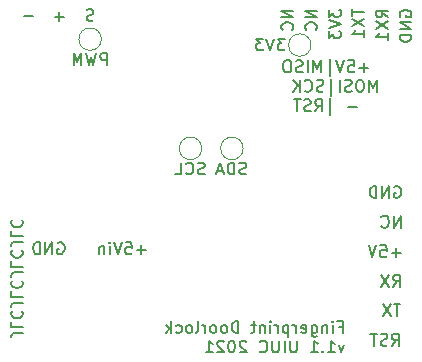
<source format=gbo>
G04 #@! TF.GenerationSoftware,KiCad,Pcbnew,(5.1.12)-1*
G04 #@! TF.CreationDate,2022-01-11T22:34:17-08:00*
G04 #@! TF.ProjectId,controlBoard,636f6e74-726f-46c4-926f-6172642e6b69,rev?*
G04 #@! TF.SameCoordinates,Original*
G04 #@! TF.FileFunction,Legend,Bot*
G04 #@! TF.FilePolarity,Positive*
%FSLAX46Y46*%
G04 Gerber Fmt 4.6, Leading zero omitted, Abs format (unit mm)*
G04 Created by KiCad (PCBNEW (5.1.12)-1) date 2022-01-11 22:34:17*
%MOMM*%
%LPD*%
G01*
G04 APERTURE LIST*
%ADD10C,0.150000*%
%ADD11C,0.120000*%
%ADD12C,1.600000*%
%ADD13O,1.800000X1.800000*%
%ADD14O,1.300000X1.850000*%
G04 APERTURE END LIST*
D10*
X171809523Y-74921428D02*
X171047619Y-74921428D01*
X171428571Y-75302380D02*
X171428571Y-74540476D01*
X170095238Y-74302380D02*
X170571428Y-74302380D01*
X170619047Y-74778571D01*
X170571428Y-74730952D01*
X170476190Y-74683333D01*
X170238095Y-74683333D01*
X170142857Y-74730952D01*
X170095238Y-74778571D01*
X170047619Y-74873809D01*
X170047619Y-75111904D01*
X170095238Y-75207142D01*
X170142857Y-75254761D01*
X170238095Y-75302380D01*
X170476190Y-75302380D01*
X170571428Y-75254761D01*
X170619047Y-75207142D01*
X169761904Y-74302380D02*
X169428571Y-75302380D01*
X169095238Y-74302380D01*
X168523809Y-75635714D02*
X168523809Y-74207142D01*
X167809523Y-75302380D02*
X167809523Y-74302380D01*
X167476190Y-75016666D01*
X167142857Y-74302380D01*
X167142857Y-75302380D01*
X166666666Y-75302380D02*
X166666666Y-74302380D01*
X166238095Y-75254761D02*
X166095238Y-75302380D01*
X165857142Y-75302380D01*
X165761904Y-75254761D01*
X165714285Y-75207142D01*
X165666666Y-75111904D01*
X165666666Y-75016666D01*
X165714285Y-74921428D01*
X165761904Y-74873809D01*
X165857142Y-74826190D01*
X166047619Y-74778571D01*
X166142857Y-74730952D01*
X166190476Y-74683333D01*
X166238095Y-74588095D01*
X166238095Y-74492857D01*
X166190476Y-74397619D01*
X166142857Y-74350000D01*
X166047619Y-74302380D01*
X165809523Y-74302380D01*
X165666666Y-74350000D01*
X165047619Y-74302380D02*
X164857142Y-74302380D01*
X164761904Y-74350000D01*
X164666666Y-74445238D01*
X164619047Y-74635714D01*
X164619047Y-74969047D01*
X164666666Y-75159523D01*
X164761904Y-75254761D01*
X164857142Y-75302380D01*
X165047619Y-75302380D01*
X165142857Y-75254761D01*
X165238095Y-75159523D01*
X165285714Y-74969047D01*
X165285714Y-74635714D01*
X165238095Y-74445238D01*
X165142857Y-74350000D01*
X165047619Y-74302380D01*
X172523809Y-76952380D02*
X172523809Y-75952380D01*
X172190476Y-76666666D01*
X171857142Y-75952380D01*
X171857142Y-76952380D01*
X171190476Y-75952380D02*
X171000000Y-75952380D01*
X170904761Y-76000000D01*
X170809523Y-76095238D01*
X170761904Y-76285714D01*
X170761904Y-76619047D01*
X170809523Y-76809523D01*
X170904761Y-76904761D01*
X171000000Y-76952380D01*
X171190476Y-76952380D01*
X171285714Y-76904761D01*
X171380952Y-76809523D01*
X171428571Y-76619047D01*
X171428571Y-76285714D01*
X171380952Y-76095238D01*
X171285714Y-76000000D01*
X171190476Y-75952380D01*
X170380952Y-76904761D02*
X170238095Y-76952380D01*
X170000000Y-76952380D01*
X169904761Y-76904761D01*
X169857142Y-76857142D01*
X169809523Y-76761904D01*
X169809523Y-76666666D01*
X169857142Y-76571428D01*
X169904761Y-76523809D01*
X170000000Y-76476190D01*
X170190476Y-76428571D01*
X170285714Y-76380952D01*
X170333333Y-76333333D01*
X170380952Y-76238095D01*
X170380952Y-76142857D01*
X170333333Y-76047619D01*
X170285714Y-76000000D01*
X170190476Y-75952380D01*
X169952380Y-75952380D01*
X169809523Y-76000000D01*
X169380952Y-76952380D02*
X169380952Y-75952380D01*
X168666666Y-77285714D02*
X168666666Y-75857142D01*
X168000000Y-76904761D02*
X167857142Y-76952380D01*
X167619047Y-76952380D01*
X167523809Y-76904761D01*
X167476190Y-76857142D01*
X167428571Y-76761904D01*
X167428571Y-76666666D01*
X167476190Y-76571428D01*
X167523809Y-76523809D01*
X167619047Y-76476190D01*
X167809523Y-76428571D01*
X167904761Y-76380952D01*
X167952380Y-76333333D01*
X168000000Y-76238095D01*
X168000000Y-76142857D01*
X167952380Y-76047619D01*
X167904761Y-76000000D01*
X167809523Y-75952380D01*
X167571428Y-75952380D01*
X167428571Y-76000000D01*
X166428571Y-76857142D02*
X166476190Y-76904761D01*
X166619047Y-76952380D01*
X166714285Y-76952380D01*
X166857142Y-76904761D01*
X166952380Y-76809523D01*
X167000000Y-76714285D01*
X167047619Y-76523809D01*
X167047619Y-76380952D01*
X167000000Y-76190476D01*
X166952380Y-76095238D01*
X166857142Y-76000000D01*
X166714285Y-75952380D01*
X166619047Y-75952380D01*
X166476190Y-76000000D01*
X166428571Y-76047619D01*
X166000000Y-76952380D02*
X166000000Y-75952380D01*
X165428571Y-76952380D02*
X165857142Y-76380952D01*
X165428571Y-75952380D02*
X166000000Y-76523809D01*
X170833333Y-78221428D02*
X170071428Y-78221428D01*
X168595238Y-78935714D02*
X168595238Y-77507142D01*
X167309523Y-78602380D02*
X167642857Y-78126190D01*
X167880952Y-78602380D02*
X167880952Y-77602380D01*
X167500000Y-77602380D01*
X167404761Y-77650000D01*
X167357142Y-77697619D01*
X167309523Y-77792857D01*
X167309523Y-77935714D01*
X167357142Y-78030952D01*
X167404761Y-78078571D01*
X167500000Y-78126190D01*
X167880952Y-78126190D01*
X166928571Y-78554761D02*
X166785714Y-78602380D01*
X166547619Y-78602380D01*
X166452380Y-78554761D01*
X166404761Y-78507142D01*
X166357142Y-78411904D01*
X166357142Y-78316666D01*
X166404761Y-78221428D01*
X166452380Y-78173809D01*
X166547619Y-78126190D01*
X166738095Y-78078571D01*
X166833333Y-78030952D01*
X166880952Y-77983333D01*
X166928571Y-77888095D01*
X166928571Y-77792857D01*
X166880952Y-77697619D01*
X166833333Y-77650000D01*
X166738095Y-77602380D01*
X166500000Y-77602380D01*
X166357142Y-77650000D01*
X166071428Y-77602380D02*
X165500000Y-77602380D01*
X165785714Y-78602380D02*
X165785714Y-77602380D01*
X142547619Y-97369047D02*
X141833333Y-97369047D01*
X141690476Y-97416666D01*
X141595238Y-97511904D01*
X141547619Y-97654761D01*
X141547619Y-97750000D01*
X141547619Y-96416666D02*
X141547619Y-96892857D01*
X142547619Y-96892857D01*
X141642857Y-95511904D02*
X141595238Y-95559523D01*
X141547619Y-95702380D01*
X141547619Y-95797619D01*
X141595238Y-95940476D01*
X141690476Y-96035714D01*
X141785714Y-96083333D01*
X141976190Y-96130952D01*
X142119047Y-96130952D01*
X142309523Y-96083333D01*
X142404761Y-96035714D01*
X142500000Y-95940476D01*
X142547619Y-95797619D01*
X142547619Y-95702380D01*
X142500000Y-95559523D01*
X142452380Y-95511904D01*
X142547619Y-94797619D02*
X141833333Y-94797619D01*
X141690476Y-94845238D01*
X141595238Y-94940476D01*
X141547619Y-95083333D01*
X141547619Y-95178571D01*
X141547619Y-93845238D02*
X141547619Y-94321428D01*
X142547619Y-94321428D01*
X141642857Y-92940476D02*
X141595238Y-92988095D01*
X141547619Y-93130952D01*
X141547619Y-93226190D01*
X141595238Y-93369047D01*
X141690476Y-93464285D01*
X141785714Y-93511904D01*
X141976190Y-93559523D01*
X142119047Y-93559523D01*
X142309523Y-93511904D01*
X142404761Y-93464285D01*
X142500000Y-93369047D01*
X142547619Y-93226190D01*
X142547619Y-93130952D01*
X142500000Y-92988095D01*
X142452380Y-92940476D01*
X142547619Y-92226190D02*
X141833333Y-92226190D01*
X141690476Y-92273809D01*
X141595238Y-92369047D01*
X141547619Y-92511904D01*
X141547619Y-92607142D01*
X141547619Y-91273809D02*
X141547619Y-91750000D01*
X142547619Y-91750000D01*
X141642857Y-90369047D02*
X141595238Y-90416666D01*
X141547619Y-90559523D01*
X141547619Y-90654761D01*
X141595238Y-90797619D01*
X141690476Y-90892857D01*
X141785714Y-90940476D01*
X141976190Y-90988095D01*
X142119047Y-90988095D01*
X142309523Y-90940476D01*
X142404761Y-90892857D01*
X142500000Y-90797619D01*
X142547619Y-90654761D01*
X142547619Y-90559523D01*
X142500000Y-90416666D01*
X142452380Y-90369047D01*
X142547619Y-89654761D02*
X141833333Y-89654761D01*
X141690476Y-89702380D01*
X141595238Y-89797619D01*
X141547619Y-89940476D01*
X141547619Y-90035714D01*
X141547619Y-88702380D02*
X141547619Y-89178571D01*
X142547619Y-89178571D01*
X141642857Y-87797619D02*
X141595238Y-87845238D01*
X141547619Y-87988095D01*
X141547619Y-88083333D01*
X141595238Y-88226190D01*
X141690476Y-88321428D01*
X141785714Y-88369047D01*
X141976190Y-88416666D01*
X142119047Y-88416666D01*
X142309523Y-88369047D01*
X142404761Y-88321428D01*
X142500000Y-88226190D01*
X142547619Y-88083333D01*
X142547619Y-87988095D01*
X142500000Y-87845238D01*
X142452380Y-87797619D01*
X170452380Y-69942738D02*
X170452380Y-70514166D01*
X171452380Y-70228452D02*
X170452380Y-70228452D01*
X170452380Y-70752261D02*
X171452380Y-71418928D01*
X170452380Y-71418928D02*
X171452380Y-70752261D01*
X171452380Y-72323690D02*
X171452380Y-71752261D01*
X171452380Y-72037976D02*
X170452380Y-72037976D01*
X170595238Y-71942738D01*
X170690476Y-71847500D01*
X170738095Y-71752261D01*
X173452380Y-70657023D02*
X172976190Y-70323690D01*
X173452380Y-70085595D02*
X172452380Y-70085595D01*
X172452380Y-70466547D01*
X172500000Y-70561785D01*
X172547619Y-70609404D01*
X172642857Y-70657023D01*
X172785714Y-70657023D01*
X172880952Y-70609404D01*
X172928571Y-70561785D01*
X172976190Y-70466547D01*
X172976190Y-70085595D01*
X172452380Y-70990357D02*
X173452380Y-71657023D01*
X172452380Y-71657023D02*
X173452380Y-70990357D01*
X173452380Y-72561785D02*
X173452380Y-71990357D01*
X173452380Y-72276071D02*
X172452380Y-72276071D01*
X172595238Y-72180833D01*
X172690476Y-72085595D01*
X172738095Y-71990357D01*
X165452380Y-70085595D02*
X164452380Y-70085595D01*
X165452380Y-70657023D01*
X164452380Y-70657023D01*
X165357142Y-71704642D02*
X165404761Y-71657023D01*
X165452380Y-71514166D01*
X165452380Y-71418928D01*
X165404761Y-71276071D01*
X165309523Y-71180833D01*
X165214285Y-71133214D01*
X165023809Y-71085595D01*
X164880952Y-71085595D01*
X164690476Y-71133214D01*
X164595238Y-71180833D01*
X164500000Y-71276071D01*
X164452380Y-71418928D01*
X164452380Y-71514166D01*
X164500000Y-71657023D01*
X164547619Y-71704642D01*
X167452380Y-70085595D02*
X166452380Y-70085595D01*
X167452380Y-70657023D01*
X166452380Y-70657023D01*
X167357142Y-71704642D02*
X167404761Y-71657023D01*
X167452380Y-71514166D01*
X167452380Y-71418928D01*
X167404761Y-71276071D01*
X167309523Y-71180833D01*
X167214285Y-71133214D01*
X167023809Y-71085595D01*
X166880952Y-71085595D01*
X166690476Y-71133214D01*
X166595238Y-71180833D01*
X166500000Y-71276071D01*
X166452380Y-71418928D01*
X166452380Y-71514166D01*
X166500000Y-71657023D01*
X166547619Y-71704642D01*
X174535714Y-88452380D02*
X174535714Y-87452380D01*
X173964285Y-88452380D01*
X173964285Y-87452380D01*
X172916666Y-88357142D02*
X172964285Y-88404761D01*
X173107142Y-88452380D01*
X173202380Y-88452380D01*
X173345238Y-88404761D01*
X173440476Y-88309523D01*
X173488095Y-88214285D01*
X173535714Y-88023809D01*
X173535714Y-87880952D01*
X173488095Y-87690476D01*
X173440476Y-87595238D01*
X173345238Y-87500000D01*
X173202380Y-87452380D01*
X173107142Y-87452380D01*
X172964285Y-87500000D01*
X172916666Y-87547619D01*
X169331071Y-96853571D02*
X169664404Y-96853571D01*
X169664404Y-97377380D02*
X169664404Y-96377380D01*
X169188214Y-96377380D01*
X168807261Y-97377380D02*
X168807261Y-96710714D01*
X168807261Y-96377380D02*
X168854880Y-96425000D01*
X168807261Y-96472619D01*
X168759642Y-96425000D01*
X168807261Y-96377380D01*
X168807261Y-96472619D01*
X168331071Y-96710714D02*
X168331071Y-97377380D01*
X168331071Y-96805952D02*
X168283452Y-96758333D01*
X168188214Y-96710714D01*
X168045357Y-96710714D01*
X167950119Y-96758333D01*
X167902500Y-96853571D01*
X167902500Y-97377380D01*
X166997738Y-96710714D02*
X166997738Y-97520238D01*
X167045357Y-97615476D01*
X167092976Y-97663095D01*
X167188214Y-97710714D01*
X167331071Y-97710714D01*
X167426309Y-97663095D01*
X166997738Y-97329761D02*
X167092976Y-97377380D01*
X167283452Y-97377380D01*
X167378690Y-97329761D01*
X167426309Y-97282142D01*
X167473928Y-97186904D01*
X167473928Y-96901190D01*
X167426309Y-96805952D01*
X167378690Y-96758333D01*
X167283452Y-96710714D01*
X167092976Y-96710714D01*
X166997738Y-96758333D01*
X166140595Y-97329761D02*
X166235833Y-97377380D01*
X166426309Y-97377380D01*
X166521547Y-97329761D01*
X166569166Y-97234523D01*
X166569166Y-96853571D01*
X166521547Y-96758333D01*
X166426309Y-96710714D01*
X166235833Y-96710714D01*
X166140595Y-96758333D01*
X166092976Y-96853571D01*
X166092976Y-96948809D01*
X166569166Y-97044047D01*
X165664404Y-97377380D02*
X165664404Y-96710714D01*
X165664404Y-96901190D02*
X165616785Y-96805952D01*
X165569166Y-96758333D01*
X165473928Y-96710714D01*
X165378690Y-96710714D01*
X165045357Y-96710714D02*
X165045357Y-97710714D01*
X165045357Y-96758333D02*
X164950119Y-96710714D01*
X164759642Y-96710714D01*
X164664404Y-96758333D01*
X164616785Y-96805952D01*
X164569166Y-96901190D01*
X164569166Y-97186904D01*
X164616785Y-97282142D01*
X164664404Y-97329761D01*
X164759642Y-97377380D01*
X164950119Y-97377380D01*
X165045357Y-97329761D01*
X164140595Y-97377380D02*
X164140595Y-96710714D01*
X164140595Y-96901190D02*
X164092976Y-96805952D01*
X164045357Y-96758333D01*
X163950119Y-96710714D01*
X163854880Y-96710714D01*
X163521547Y-97377380D02*
X163521547Y-96710714D01*
X163521547Y-96377380D02*
X163569166Y-96425000D01*
X163521547Y-96472619D01*
X163473928Y-96425000D01*
X163521547Y-96377380D01*
X163521547Y-96472619D01*
X163045357Y-96710714D02*
X163045357Y-97377380D01*
X163045357Y-96805952D02*
X162997738Y-96758333D01*
X162902500Y-96710714D01*
X162759642Y-96710714D01*
X162664404Y-96758333D01*
X162616785Y-96853571D01*
X162616785Y-97377380D01*
X162283452Y-96710714D02*
X161902500Y-96710714D01*
X162140595Y-96377380D02*
X162140595Y-97234523D01*
X162092976Y-97329761D01*
X161997738Y-97377380D01*
X161902500Y-97377380D01*
X160807261Y-97377380D02*
X160807261Y-96377380D01*
X160569166Y-96377380D01*
X160426309Y-96425000D01*
X160331071Y-96520238D01*
X160283452Y-96615476D01*
X160235833Y-96805952D01*
X160235833Y-96948809D01*
X160283452Y-97139285D01*
X160331071Y-97234523D01*
X160426309Y-97329761D01*
X160569166Y-97377380D01*
X160807261Y-97377380D01*
X159664404Y-97377380D02*
X159759642Y-97329761D01*
X159807261Y-97282142D01*
X159854880Y-97186904D01*
X159854880Y-96901190D01*
X159807261Y-96805952D01*
X159759642Y-96758333D01*
X159664404Y-96710714D01*
X159521547Y-96710714D01*
X159426309Y-96758333D01*
X159378690Y-96805952D01*
X159331071Y-96901190D01*
X159331071Y-97186904D01*
X159378690Y-97282142D01*
X159426309Y-97329761D01*
X159521547Y-97377380D01*
X159664404Y-97377380D01*
X158759642Y-97377380D02*
X158854880Y-97329761D01*
X158902500Y-97282142D01*
X158950119Y-97186904D01*
X158950119Y-96901190D01*
X158902500Y-96805952D01*
X158854880Y-96758333D01*
X158759642Y-96710714D01*
X158616785Y-96710714D01*
X158521547Y-96758333D01*
X158473928Y-96805952D01*
X158426309Y-96901190D01*
X158426309Y-97186904D01*
X158473928Y-97282142D01*
X158521547Y-97329761D01*
X158616785Y-97377380D01*
X158759642Y-97377380D01*
X157997738Y-97377380D02*
X157997738Y-96710714D01*
X157997738Y-96901190D02*
X157950119Y-96805952D01*
X157902500Y-96758333D01*
X157807261Y-96710714D01*
X157712023Y-96710714D01*
X157235833Y-97377380D02*
X157331071Y-97329761D01*
X157378690Y-97234523D01*
X157378690Y-96377380D01*
X156712023Y-97377380D02*
X156807261Y-97329761D01*
X156854880Y-97282142D01*
X156902500Y-97186904D01*
X156902500Y-96901190D01*
X156854880Y-96805952D01*
X156807261Y-96758333D01*
X156712023Y-96710714D01*
X156569166Y-96710714D01*
X156473928Y-96758333D01*
X156426309Y-96805952D01*
X156378690Y-96901190D01*
X156378690Y-97186904D01*
X156426309Y-97282142D01*
X156473928Y-97329761D01*
X156569166Y-97377380D01*
X156712023Y-97377380D01*
X155521547Y-97329761D02*
X155616785Y-97377380D01*
X155807261Y-97377380D01*
X155902500Y-97329761D01*
X155950119Y-97282142D01*
X155997738Y-97186904D01*
X155997738Y-96901190D01*
X155950119Y-96805952D01*
X155902500Y-96758333D01*
X155807261Y-96710714D01*
X155616785Y-96710714D01*
X155521547Y-96758333D01*
X155092976Y-97377380D02*
X155092976Y-96377380D01*
X154997738Y-96996428D02*
X154712023Y-97377380D01*
X154712023Y-96710714D02*
X155092976Y-97091666D01*
X169759642Y-98360714D02*
X169521547Y-99027380D01*
X169283452Y-98360714D01*
X168378690Y-99027380D02*
X168950119Y-99027380D01*
X168664404Y-99027380D02*
X168664404Y-98027380D01*
X168759642Y-98170238D01*
X168854880Y-98265476D01*
X168950119Y-98313095D01*
X167950119Y-98932142D02*
X167902500Y-98979761D01*
X167950119Y-99027380D01*
X167997738Y-98979761D01*
X167950119Y-98932142D01*
X167950119Y-99027380D01*
X166950119Y-99027380D02*
X167521547Y-99027380D01*
X167235833Y-99027380D02*
X167235833Y-98027380D01*
X167331071Y-98170238D01*
X167426309Y-98265476D01*
X167521547Y-98313095D01*
X165759642Y-98027380D02*
X165759642Y-98836904D01*
X165712023Y-98932142D01*
X165664404Y-98979761D01*
X165569166Y-99027380D01*
X165378690Y-99027380D01*
X165283452Y-98979761D01*
X165235833Y-98932142D01*
X165188214Y-98836904D01*
X165188214Y-98027380D01*
X164712023Y-99027380D02*
X164712023Y-98027380D01*
X164235833Y-98027380D02*
X164235833Y-98836904D01*
X164188214Y-98932142D01*
X164140595Y-98979761D01*
X164045357Y-99027380D01*
X163854880Y-99027380D01*
X163759642Y-98979761D01*
X163712023Y-98932142D01*
X163664404Y-98836904D01*
X163664404Y-98027380D01*
X162616785Y-98932142D02*
X162664404Y-98979761D01*
X162807261Y-99027380D01*
X162902500Y-99027380D01*
X163045357Y-98979761D01*
X163140595Y-98884523D01*
X163188214Y-98789285D01*
X163235833Y-98598809D01*
X163235833Y-98455952D01*
X163188214Y-98265476D01*
X163140595Y-98170238D01*
X163045357Y-98075000D01*
X162902500Y-98027380D01*
X162807261Y-98027380D01*
X162664404Y-98075000D01*
X162616785Y-98122619D01*
X161473928Y-98122619D02*
X161426309Y-98075000D01*
X161331071Y-98027380D01*
X161092976Y-98027380D01*
X160997738Y-98075000D01*
X160950119Y-98122619D01*
X160902500Y-98217857D01*
X160902500Y-98313095D01*
X160950119Y-98455952D01*
X161521547Y-99027380D01*
X160902500Y-99027380D01*
X160283452Y-98027380D02*
X160188214Y-98027380D01*
X160092976Y-98075000D01*
X160045357Y-98122619D01*
X159997738Y-98217857D01*
X159950119Y-98408333D01*
X159950119Y-98646428D01*
X159997738Y-98836904D01*
X160045357Y-98932142D01*
X160092976Y-98979761D01*
X160188214Y-99027380D01*
X160283452Y-99027380D01*
X160378690Y-98979761D01*
X160426309Y-98932142D01*
X160473928Y-98836904D01*
X160521547Y-98646428D01*
X160521547Y-98408333D01*
X160473928Y-98217857D01*
X160426309Y-98122619D01*
X160378690Y-98075000D01*
X160283452Y-98027380D01*
X159569166Y-98122619D02*
X159521547Y-98075000D01*
X159426309Y-98027380D01*
X159188214Y-98027380D01*
X159092976Y-98075000D01*
X159045357Y-98122619D01*
X158997738Y-98217857D01*
X158997738Y-98313095D01*
X159045357Y-98455952D01*
X159616785Y-99027380D01*
X158997738Y-99027380D01*
X158045357Y-99027380D02*
X158616785Y-99027380D01*
X158331071Y-99027380D02*
X158331071Y-98027380D01*
X158426309Y-98170238D01*
X158521547Y-98265476D01*
X158616785Y-98313095D01*
X174500000Y-70609404D02*
X174452380Y-70514166D01*
X174452380Y-70371309D01*
X174500000Y-70228452D01*
X174595238Y-70133214D01*
X174690476Y-70085595D01*
X174880952Y-70037976D01*
X175023809Y-70037976D01*
X175214285Y-70085595D01*
X175309523Y-70133214D01*
X175404761Y-70228452D01*
X175452380Y-70371309D01*
X175452380Y-70466547D01*
X175404761Y-70609404D01*
X175357142Y-70657023D01*
X175023809Y-70657023D01*
X175023809Y-70466547D01*
X175452380Y-71085595D02*
X174452380Y-71085595D01*
X175452380Y-71657023D01*
X174452380Y-71657023D01*
X175452380Y-72133214D02*
X174452380Y-72133214D01*
X174452380Y-72371309D01*
X174500000Y-72514166D01*
X174595238Y-72609404D01*
X174690476Y-72657023D01*
X174880952Y-72704642D01*
X175023809Y-72704642D01*
X175214285Y-72657023D01*
X175309523Y-72609404D01*
X175404761Y-72514166D01*
X175452380Y-72371309D01*
X175452380Y-72133214D01*
X168452380Y-69990357D02*
X168452380Y-70609404D01*
X168833333Y-70276071D01*
X168833333Y-70418928D01*
X168880952Y-70514166D01*
X168928571Y-70561785D01*
X169023809Y-70609404D01*
X169261904Y-70609404D01*
X169357142Y-70561785D01*
X169404761Y-70514166D01*
X169452380Y-70418928D01*
X169452380Y-70133214D01*
X169404761Y-70037976D01*
X169357142Y-69990357D01*
X168452380Y-70895119D02*
X169452380Y-71228452D01*
X168452380Y-71561785D01*
X168452380Y-71799880D02*
X168452380Y-72418928D01*
X168833333Y-72085595D01*
X168833333Y-72228452D01*
X168880952Y-72323690D01*
X168928571Y-72371309D01*
X169023809Y-72418928D01*
X169261904Y-72418928D01*
X169357142Y-72371309D01*
X169404761Y-72323690D01*
X169452380Y-72228452D01*
X169452380Y-71942738D01*
X169404761Y-71847500D01*
X169357142Y-71799880D01*
X143380952Y-70571428D02*
X142619047Y-70571428D01*
X146037527Y-70587979D02*
X145275622Y-70587979D01*
X145656575Y-70968931D02*
X145656575Y-70207027D01*
X148535714Y-70904761D02*
X148392857Y-70952380D01*
X148154761Y-70952380D01*
X148059523Y-70904761D01*
X148011904Y-70857142D01*
X147964285Y-70761904D01*
X147964285Y-70666666D01*
X148011904Y-70571428D01*
X148059523Y-70523809D01*
X148154761Y-70476190D01*
X148345238Y-70428571D01*
X148440476Y-70380952D01*
X148488095Y-70333333D01*
X148535714Y-70238095D01*
X148535714Y-70142857D01*
X148488095Y-70047619D01*
X148440476Y-70000000D01*
X148345238Y-69952380D01*
X148107142Y-69952380D01*
X147964285Y-70000000D01*
X145511904Y-89750000D02*
X145607142Y-89702380D01*
X145750000Y-89702380D01*
X145892857Y-89750000D01*
X145988095Y-89845238D01*
X146035714Y-89940476D01*
X146083333Y-90130952D01*
X146083333Y-90273809D01*
X146035714Y-90464285D01*
X145988095Y-90559523D01*
X145892857Y-90654761D01*
X145750000Y-90702380D01*
X145654761Y-90702380D01*
X145511904Y-90654761D01*
X145464285Y-90607142D01*
X145464285Y-90273809D01*
X145654761Y-90273809D01*
X145035714Y-90702380D02*
X145035714Y-89702380D01*
X144464285Y-90702380D01*
X144464285Y-89702380D01*
X143988095Y-90702380D02*
X143988095Y-89702380D01*
X143750000Y-89702380D01*
X143607142Y-89750000D01*
X143511904Y-89845238D01*
X143464285Y-89940476D01*
X143416666Y-90130952D01*
X143416666Y-90273809D01*
X143464285Y-90464285D01*
X143511904Y-90559523D01*
X143607142Y-90654761D01*
X143750000Y-90702380D01*
X143988095Y-90702380D01*
X152976190Y-90321428D02*
X152214285Y-90321428D01*
X152595238Y-90702380D02*
X152595238Y-89940476D01*
X151261904Y-89702380D02*
X151738095Y-89702380D01*
X151785714Y-90178571D01*
X151738095Y-90130952D01*
X151642857Y-90083333D01*
X151404761Y-90083333D01*
X151309523Y-90130952D01*
X151261904Y-90178571D01*
X151214285Y-90273809D01*
X151214285Y-90511904D01*
X151261904Y-90607142D01*
X151309523Y-90654761D01*
X151404761Y-90702380D01*
X151642857Y-90702380D01*
X151738095Y-90654761D01*
X151785714Y-90607142D01*
X150928571Y-89702380D02*
X150595238Y-90702380D01*
X150261904Y-89702380D01*
X149928571Y-90702380D02*
X149928571Y-90035714D01*
X149928571Y-89702380D02*
X149976190Y-89750000D01*
X149928571Y-89797619D01*
X149880952Y-89750000D01*
X149928571Y-89702380D01*
X149928571Y-89797619D01*
X149452380Y-90035714D02*
X149452380Y-90702380D01*
X149452380Y-90130952D02*
X149404761Y-90083333D01*
X149309523Y-90035714D01*
X149166666Y-90035714D01*
X149071428Y-90083333D01*
X149023809Y-90178571D01*
X149023809Y-90702380D01*
X174011904Y-85000000D02*
X174107142Y-84952380D01*
X174250000Y-84952380D01*
X174392857Y-85000000D01*
X174488095Y-85095238D01*
X174535714Y-85190476D01*
X174583333Y-85380952D01*
X174583333Y-85523809D01*
X174535714Y-85714285D01*
X174488095Y-85809523D01*
X174392857Y-85904761D01*
X174250000Y-85952380D01*
X174154761Y-85952380D01*
X174011904Y-85904761D01*
X173964285Y-85857142D01*
X173964285Y-85523809D01*
X174154761Y-85523809D01*
X173535714Y-85952380D02*
X173535714Y-84952380D01*
X172964285Y-85952380D01*
X172964285Y-84952380D01*
X172488095Y-85952380D02*
X172488095Y-84952380D01*
X172250000Y-84952380D01*
X172107142Y-85000000D01*
X172011904Y-85095238D01*
X171964285Y-85190476D01*
X171916666Y-85380952D01*
X171916666Y-85523809D01*
X171964285Y-85714285D01*
X172011904Y-85809523D01*
X172107142Y-85904761D01*
X172250000Y-85952380D01*
X172488095Y-85952380D01*
X174535714Y-90571428D02*
X173773809Y-90571428D01*
X174154761Y-90952380D02*
X174154761Y-90190476D01*
X172821428Y-89952380D02*
X173297619Y-89952380D01*
X173345238Y-90428571D01*
X173297619Y-90380952D01*
X173202380Y-90333333D01*
X172964285Y-90333333D01*
X172869047Y-90380952D01*
X172821428Y-90428571D01*
X172773809Y-90523809D01*
X172773809Y-90761904D01*
X172821428Y-90857142D01*
X172869047Y-90904761D01*
X172964285Y-90952380D01*
X173202380Y-90952380D01*
X173297619Y-90904761D01*
X173345238Y-90857142D01*
X172488095Y-89952380D02*
X172154761Y-90952380D01*
X171821428Y-89952380D01*
X173916666Y-93452380D02*
X174250000Y-92976190D01*
X174488095Y-93452380D02*
X174488095Y-92452380D01*
X174107142Y-92452380D01*
X174011904Y-92500000D01*
X173964285Y-92547619D01*
X173916666Y-92642857D01*
X173916666Y-92785714D01*
X173964285Y-92880952D01*
X174011904Y-92928571D01*
X174107142Y-92976190D01*
X174488095Y-92976190D01*
X173583333Y-92452380D02*
X172916666Y-93452380D01*
X172916666Y-92452380D02*
X173583333Y-93452380D01*
X174511904Y-94952380D02*
X173940476Y-94952380D01*
X174226190Y-95952380D02*
X174226190Y-94952380D01*
X173702380Y-94952380D02*
X173035714Y-95952380D01*
X173035714Y-94952380D02*
X173702380Y-95952380D01*
X173797619Y-98452380D02*
X174130952Y-97976190D01*
X174369047Y-98452380D02*
X174369047Y-97452380D01*
X173988095Y-97452380D01*
X173892857Y-97500000D01*
X173845238Y-97547619D01*
X173797619Y-97642857D01*
X173797619Y-97785714D01*
X173845238Y-97880952D01*
X173892857Y-97928571D01*
X173988095Y-97976190D01*
X174369047Y-97976190D01*
X173416666Y-98404761D02*
X173273809Y-98452380D01*
X173035714Y-98452380D01*
X172940476Y-98404761D01*
X172892857Y-98357142D01*
X172845238Y-98261904D01*
X172845238Y-98166666D01*
X172892857Y-98071428D01*
X172940476Y-98023809D01*
X173035714Y-97976190D01*
X173226190Y-97928571D01*
X173321428Y-97880952D01*
X173369047Y-97833333D01*
X173416666Y-97738095D01*
X173416666Y-97642857D01*
X173369047Y-97547619D01*
X173321428Y-97500000D01*
X173226190Y-97452380D01*
X172988095Y-97452380D01*
X172845238Y-97500000D01*
X172559523Y-97452380D02*
X171988095Y-97452380D01*
X172273809Y-98452380D02*
X172273809Y-97452380D01*
D11*
X166950000Y-73000000D02*
G75*
G03*
X166950000Y-73000000I-950000J0D01*
G01*
X161200000Y-81750000D02*
G75*
G03*
X161200000Y-81750000I-950000J0D01*
G01*
X157700000Y-81750000D02*
G75*
G03*
X157700000Y-81750000I-950000J0D01*
G01*
X149200000Y-72500000D02*
G75*
G03*
X149200000Y-72500000I-950000J0D01*
G01*
D10*
X164738095Y-72452380D02*
X164119047Y-72452380D01*
X164452380Y-72833333D01*
X164309523Y-72833333D01*
X164214285Y-72880952D01*
X164166666Y-72928571D01*
X164119047Y-73023809D01*
X164119047Y-73261904D01*
X164166666Y-73357142D01*
X164214285Y-73404761D01*
X164309523Y-73452380D01*
X164595238Y-73452380D01*
X164690476Y-73404761D01*
X164738095Y-73357142D01*
X163833333Y-72452380D02*
X163500000Y-73452380D01*
X163166666Y-72452380D01*
X162928571Y-72452380D02*
X162309523Y-72452380D01*
X162642857Y-72833333D01*
X162500000Y-72833333D01*
X162404761Y-72880952D01*
X162357142Y-72928571D01*
X162309523Y-73023809D01*
X162309523Y-73261904D01*
X162357142Y-73357142D01*
X162404761Y-73404761D01*
X162500000Y-73452380D01*
X162785714Y-73452380D01*
X162880952Y-73404761D01*
X162928571Y-73357142D01*
X161464285Y-83904761D02*
X161321428Y-83952380D01*
X161083333Y-83952380D01*
X160988095Y-83904761D01*
X160940476Y-83857142D01*
X160892857Y-83761904D01*
X160892857Y-83666666D01*
X160940476Y-83571428D01*
X160988095Y-83523809D01*
X161083333Y-83476190D01*
X161273809Y-83428571D01*
X161369047Y-83380952D01*
X161416666Y-83333333D01*
X161464285Y-83238095D01*
X161464285Y-83142857D01*
X161416666Y-83047619D01*
X161369047Y-83000000D01*
X161273809Y-82952380D01*
X161035714Y-82952380D01*
X160892857Y-83000000D01*
X160464285Y-83952380D02*
X160464285Y-82952380D01*
X160226190Y-82952380D01*
X160083333Y-83000000D01*
X159988095Y-83095238D01*
X159940476Y-83190476D01*
X159892857Y-83380952D01*
X159892857Y-83523809D01*
X159940476Y-83714285D01*
X159988095Y-83809523D01*
X160083333Y-83904761D01*
X160226190Y-83952380D01*
X160464285Y-83952380D01*
X159511904Y-83666666D02*
X159035714Y-83666666D01*
X159607142Y-83952380D02*
X159273809Y-82952380D01*
X158940476Y-83952380D01*
X157940476Y-83904761D02*
X157797619Y-83952380D01*
X157559523Y-83952380D01*
X157464285Y-83904761D01*
X157416666Y-83857142D01*
X157369047Y-83761904D01*
X157369047Y-83666666D01*
X157416666Y-83571428D01*
X157464285Y-83523809D01*
X157559523Y-83476190D01*
X157750000Y-83428571D01*
X157845238Y-83380952D01*
X157892857Y-83333333D01*
X157940476Y-83238095D01*
X157940476Y-83142857D01*
X157892857Y-83047619D01*
X157845238Y-83000000D01*
X157750000Y-82952380D01*
X157511904Y-82952380D01*
X157369047Y-83000000D01*
X156369047Y-83857142D02*
X156416666Y-83904761D01*
X156559523Y-83952380D01*
X156654761Y-83952380D01*
X156797619Y-83904761D01*
X156892857Y-83809523D01*
X156940476Y-83714285D01*
X156988095Y-83523809D01*
X156988095Y-83380952D01*
X156940476Y-83190476D01*
X156892857Y-83095238D01*
X156797619Y-83000000D01*
X156654761Y-82952380D01*
X156559523Y-82952380D01*
X156416666Y-83000000D01*
X156369047Y-83047619D01*
X155464285Y-83952380D02*
X155940476Y-83952380D01*
X155940476Y-82952380D01*
X149654761Y-74702380D02*
X149654761Y-73702380D01*
X149273809Y-73702380D01*
X149178571Y-73750000D01*
X149130952Y-73797619D01*
X149083333Y-73892857D01*
X149083333Y-74035714D01*
X149130952Y-74130952D01*
X149178571Y-74178571D01*
X149273809Y-74226190D01*
X149654761Y-74226190D01*
X148750000Y-73702380D02*
X148511904Y-74702380D01*
X148321428Y-73988095D01*
X148130952Y-74702380D01*
X147892857Y-73702380D01*
X147511904Y-74702380D02*
X147511904Y-73702380D01*
X147178571Y-74416666D01*
X146845238Y-73702380D01*
X146845238Y-74702380D01*
%LPC*%
D12*
X166000000Y-73000000D03*
X160250000Y-81750000D03*
X156750000Y-81750000D03*
X148250000Y-72500000D03*
D13*
X176540000Y-79080000D03*
X174000000Y-79080000D03*
X176540000Y-76540000D03*
X174000000Y-76540000D03*
X176540000Y-74000000D03*
G36*
G01*
X173100000Y-74850000D02*
X173100000Y-73150000D01*
G75*
G02*
X173150000Y-73100000I50000J0D01*
G01*
X174850000Y-73100000D01*
G75*
G02*
X174900000Y-73150000I0J-50000D01*
G01*
X174900000Y-74850000D01*
G75*
G02*
X174850000Y-74900000I-50000J0D01*
G01*
X173150000Y-74900000D01*
G75*
G02*
X173100000Y-74850000I0J50000D01*
G01*
G37*
G36*
G01*
X145950000Y-98600000D02*
X145950000Y-96800000D01*
G75*
G02*
X146850000Y-95900000I900000J0D01*
G01*
X148650000Y-95900000D01*
G75*
G02*
X149550000Y-96800000I0J-900000D01*
G01*
X149550000Y-98600000D01*
G75*
G02*
X148650000Y-99500000I-900000J0D01*
G01*
X146850000Y-99500000D01*
G75*
G02*
X145950000Y-98600000I0J900000D01*
G01*
G37*
G36*
G01*
X143200000Y-94025000D02*
X143200000Y-91975000D01*
G75*
G02*
X143975000Y-91200000I775000J0D01*
G01*
X145525000Y-91200000D01*
G75*
G02*
X146300000Y-91975000I0J-775000D01*
G01*
X146300000Y-94025000D01*
G75*
G02*
X145525000Y-94800000I-775000J0D01*
G01*
X143975000Y-94800000D01*
G75*
G02*
X143200000Y-94025000I0J775000D01*
G01*
G37*
G36*
G01*
X148950000Y-94750000D02*
X148950000Y-91250000D01*
G75*
G02*
X149000000Y-91200000I50000J0D01*
G01*
X152500000Y-91200000D01*
G75*
G02*
X152550000Y-91250000I0J-50000D01*
G01*
X152550000Y-94750000D01*
G75*
G02*
X152500000Y-94800000I-50000J0D01*
G01*
X149000000Y-94800000D01*
G75*
G02*
X148950000Y-94750000I0J50000D01*
G01*
G37*
D14*
X175000000Y-68500000D03*
X173000000Y-68500000D03*
X171000000Y-68500000D03*
X169000000Y-68500000D03*
X167000000Y-68500000D03*
G36*
G01*
X164350000Y-69154168D02*
X164350000Y-67845832D01*
G75*
G02*
X164620832Y-67575000I270832J0D01*
G01*
X165379168Y-67575000D01*
G75*
G02*
X165650000Y-67845832I0J-270832D01*
G01*
X165650000Y-69154168D01*
G75*
G02*
X165379168Y-69425000I-270832J0D01*
G01*
X164620832Y-69425000D01*
G75*
G02*
X164350000Y-69154168I0J270832D01*
G01*
G37*
D13*
X176250000Y-97950000D03*
X176250000Y-95410000D03*
X176250000Y-92870000D03*
X176250000Y-90330000D03*
X176250000Y-87790000D03*
G36*
G01*
X175350000Y-86100000D02*
X175350000Y-84400000D01*
G75*
G02*
X175400000Y-84350000I50000J0D01*
G01*
X177100000Y-84350000D01*
G75*
G02*
X177150000Y-84400000I0J-50000D01*
G01*
X177150000Y-86100000D01*
G75*
G02*
X177100000Y-86150000I-50000J0D01*
G01*
X175400000Y-86150000D01*
G75*
G02*
X175350000Y-86100000I0J50000D01*
G01*
G37*
X143170000Y-68250000D03*
X145710000Y-68250000D03*
G36*
G01*
X147400000Y-67350000D02*
X149100000Y-67350000D01*
G75*
G02*
X149150000Y-67400000I0J-50000D01*
G01*
X149150000Y-69100000D01*
G75*
G02*
X149100000Y-69150000I-50000J0D01*
G01*
X147400000Y-69150000D01*
G75*
G02*
X147350000Y-69100000I0J50000D01*
G01*
X147350000Y-67400000D01*
G75*
G02*
X147400000Y-67350000I50000J0D01*
G01*
G37*
M02*

</source>
